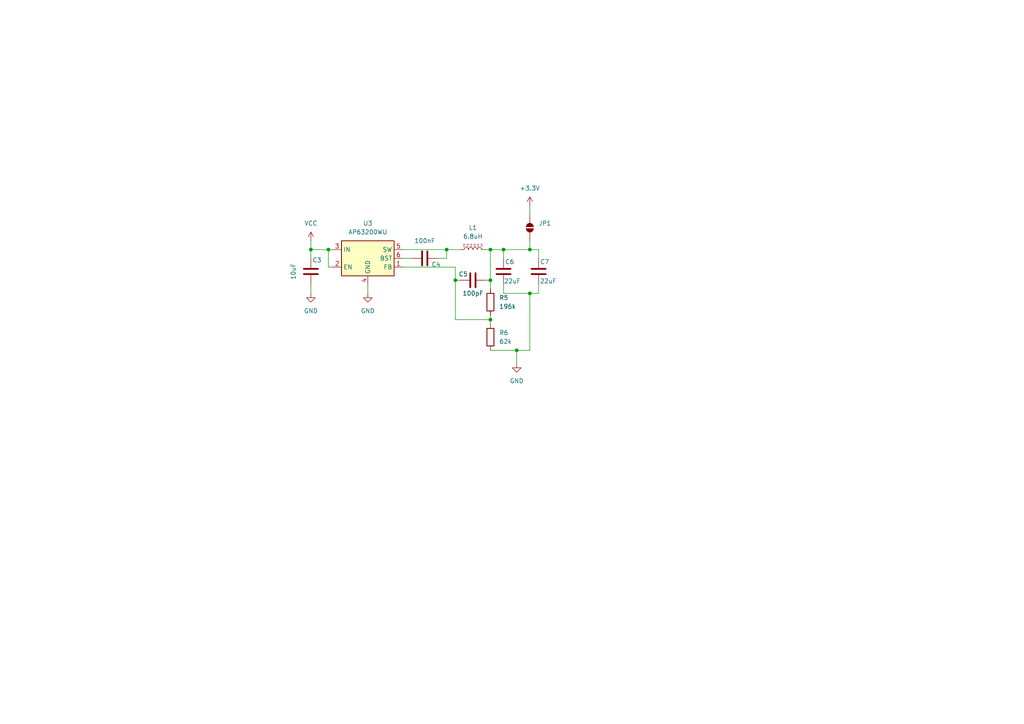
<source format=kicad_sch>
(kicad_sch
	(version 20250114)
	(generator "eeschema")
	(generator_version "9.0")
	(uuid "bd900e33-add0-4db8-aee9-373e38dc3860")
	(paper "A4")
	(lib_symbols
		(symbol "Device:C"
			(pin_numbers
				(hide yes)
			)
			(pin_names
				(offset 0.254)
			)
			(exclude_from_sim no)
			(in_bom yes)
			(on_board yes)
			(property "Reference" "C"
				(at 0.635 2.54 0)
				(effects
					(font
						(size 1.27 1.27)
					)
					(justify left)
				)
			)
			(property "Value" "C"
				(at 0.635 -2.54 0)
				(effects
					(font
						(size 1.27 1.27)
					)
					(justify left)
				)
			)
			(property "Footprint" ""
				(at 0.9652 -3.81 0)
				(effects
					(font
						(size 1.27 1.27)
					)
					(hide yes)
				)
			)
			(property "Datasheet" "~"
				(at 0 0 0)
				(effects
					(font
						(size 1.27 1.27)
					)
					(hide yes)
				)
			)
			(property "Description" "Unpolarized capacitor"
				(at 0 0 0)
				(effects
					(font
						(size 1.27 1.27)
					)
					(hide yes)
				)
			)
			(property "ki_keywords" "cap capacitor"
				(at 0 0 0)
				(effects
					(font
						(size 1.27 1.27)
					)
					(hide yes)
				)
			)
			(property "ki_fp_filters" "C_*"
				(at 0 0 0)
				(effects
					(font
						(size 1.27 1.27)
					)
					(hide yes)
				)
			)
			(symbol "C_0_1"
				(polyline
					(pts
						(xy -2.032 0.762) (xy 2.032 0.762)
					)
					(stroke
						(width 0.508)
						(type default)
					)
					(fill
						(type none)
					)
				)
				(polyline
					(pts
						(xy -2.032 -0.762) (xy 2.032 -0.762)
					)
					(stroke
						(width 0.508)
						(type default)
					)
					(fill
						(type none)
					)
				)
			)
			(symbol "C_1_1"
				(pin passive line
					(at 0 3.81 270)
					(length 2.794)
					(name "~"
						(effects
							(font
								(size 1.27 1.27)
							)
						)
					)
					(number "1"
						(effects
							(font
								(size 1.27 1.27)
							)
						)
					)
				)
				(pin passive line
					(at 0 -3.81 90)
					(length 2.794)
					(name "~"
						(effects
							(font
								(size 1.27 1.27)
							)
						)
					)
					(number "2"
						(effects
							(font
								(size 1.27 1.27)
							)
						)
					)
				)
			)
			(embedded_fonts no)
		)
		(symbol "Device:L_Ferrite"
			(pin_numbers
				(hide yes)
			)
			(pin_names
				(offset 1.016)
				(hide yes)
			)
			(exclude_from_sim no)
			(in_bom yes)
			(on_board yes)
			(property "Reference" "L"
				(at -1.27 0 90)
				(effects
					(font
						(size 1.27 1.27)
					)
				)
			)
			(property "Value" "L_Ferrite"
				(at 2.794 0 90)
				(effects
					(font
						(size 1.27 1.27)
					)
				)
			)
			(property "Footprint" ""
				(at 0 0 0)
				(effects
					(font
						(size 1.27 1.27)
					)
					(hide yes)
				)
			)
			(property "Datasheet" "~"
				(at 0 0 0)
				(effects
					(font
						(size 1.27 1.27)
					)
					(hide yes)
				)
			)
			(property "Description" "Inductor with ferrite core"
				(at 0 0 0)
				(effects
					(font
						(size 1.27 1.27)
					)
					(hide yes)
				)
			)
			(property "ki_keywords" "inductor choke coil reactor magnetic"
				(at 0 0 0)
				(effects
					(font
						(size 1.27 1.27)
					)
					(hide yes)
				)
			)
			(property "ki_fp_filters" "Choke_* *Coil* Inductor_* L_*"
				(at 0 0 0)
				(effects
					(font
						(size 1.27 1.27)
					)
					(hide yes)
				)
			)
			(symbol "L_Ferrite_0_1"
				(arc
					(start 0 2.54)
					(mid 0.6323 1.905)
					(end 0 1.27)
					(stroke
						(width 0)
						(type default)
					)
					(fill
						(type none)
					)
				)
				(arc
					(start 0 1.27)
					(mid 0.6323 0.635)
					(end 0 0)
					(stroke
						(width 0)
						(type default)
					)
					(fill
						(type none)
					)
				)
				(arc
					(start 0 0)
					(mid 0.6323 -0.635)
					(end 0 -1.27)
					(stroke
						(width 0)
						(type default)
					)
					(fill
						(type none)
					)
				)
				(arc
					(start 0 -1.27)
					(mid 0.6323 -1.905)
					(end 0 -2.54)
					(stroke
						(width 0)
						(type default)
					)
					(fill
						(type none)
					)
				)
				(polyline
					(pts
						(xy 1.016 2.286) (xy 1.016 2.794)
					)
					(stroke
						(width 0)
						(type default)
					)
					(fill
						(type none)
					)
				)
				(polyline
					(pts
						(xy 1.016 1.27) (xy 1.016 1.778)
					)
					(stroke
						(width 0)
						(type default)
					)
					(fill
						(type none)
					)
				)
				(polyline
					(pts
						(xy 1.016 0.254) (xy 1.016 0.762)
					)
					(stroke
						(width 0)
						(type default)
					)
					(fill
						(type none)
					)
				)
				(polyline
					(pts
						(xy 1.016 -0.762) (xy 1.016 -0.254)
					)
					(stroke
						(width 0)
						(type default)
					)
					(fill
						(type none)
					)
				)
				(polyline
					(pts
						(xy 1.016 -1.778) (xy 1.016 -1.27)
					)
					(stroke
						(width 0)
						(type default)
					)
					(fill
						(type none)
					)
				)
				(polyline
					(pts
						(xy 1.016 -2.794) (xy 1.016 -2.286)
					)
					(stroke
						(width 0)
						(type default)
					)
					(fill
						(type none)
					)
				)
				(polyline
					(pts
						(xy 1.524 2.794) (xy 1.524 2.286)
					)
					(stroke
						(width 0)
						(type default)
					)
					(fill
						(type none)
					)
				)
				(polyline
					(pts
						(xy 1.524 1.778) (xy 1.524 1.27)
					)
					(stroke
						(width 0)
						(type default)
					)
					(fill
						(type none)
					)
				)
				(polyline
					(pts
						(xy 1.524 0.762) (xy 1.524 0.254)
					)
					(stroke
						(width 0)
						(type default)
					)
					(fill
						(type none)
					)
				)
				(polyline
					(pts
						(xy 1.524 -0.254) (xy 1.524 -0.762)
					)
					(stroke
						(width 0)
						(type default)
					)
					(fill
						(type none)
					)
				)
				(polyline
					(pts
						(xy 1.524 -1.27) (xy 1.524 -1.778)
					)
					(stroke
						(width 0)
						(type default)
					)
					(fill
						(type none)
					)
				)
				(polyline
					(pts
						(xy 1.524 -2.286) (xy 1.524 -2.794)
					)
					(stroke
						(width 0)
						(type default)
					)
					(fill
						(type none)
					)
				)
			)
			(symbol "L_Ferrite_1_1"
				(pin passive line
					(at 0 3.81 270)
					(length 1.27)
					(name "1"
						(effects
							(font
								(size 1.27 1.27)
							)
						)
					)
					(number "1"
						(effects
							(font
								(size 1.27 1.27)
							)
						)
					)
				)
				(pin passive line
					(at 0 -3.81 90)
					(length 1.27)
					(name "2"
						(effects
							(font
								(size 1.27 1.27)
							)
						)
					)
					(number "2"
						(effects
							(font
								(size 1.27 1.27)
							)
						)
					)
				)
			)
			(embedded_fonts no)
		)
		(symbol "Device:R"
			(pin_numbers
				(hide yes)
			)
			(pin_names
				(offset 0)
			)
			(exclude_from_sim no)
			(in_bom yes)
			(on_board yes)
			(property "Reference" "R"
				(at 2.032 0 90)
				(effects
					(font
						(size 1.27 1.27)
					)
				)
			)
			(property "Value" "R"
				(at 0 0 90)
				(effects
					(font
						(size 1.27 1.27)
					)
				)
			)
			(property "Footprint" ""
				(at -1.778 0 90)
				(effects
					(font
						(size 1.27 1.27)
					)
					(hide yes)
				)
			)
			(property "Datasheet" "~"
				(at 0 0 0)
				(effects
					(font
						(size 1.27 1.27)
					)
					(hide yes)
				)
			)
			(property "Description" "Resistor"
				(at 0 0 0)
				(effects
					(font
						(size 1.27 1.27)
					)
					(hide yes)
				)
			)
			(property "ki_keywords" "R res resistor"
				(at 0 0 0)
				(effects
					(font
						(size 1.27 1.27)
					)
					(hide yes)
				)
			)
			(property "ki_fp_filters" "R_*"
				(at 0 0 0)
				(effects
					(font
						(size 1.27 1.27)
					)
					(hide yes)
				)
			)
			(symbol "R_0_1"
				(rectangle
					(start -1.016 -2.54)
					(end 1.016 2.54)
					(stroke
						(width 0.254)
						(type default)
					)
					(fill
						(type none)
					)
				)
			)
			(symbol "R_1_1"
				(pin passive line
					(at 0 3.81 270)
					(length 1.27)
					(name "~"
						(effects
							(font
								(size 1.27 1.27)
							)
						)
					)
					(number "1"
						(effects
							(font
								(size 1.27 1.27)
							)
						)
					)
				)
				(pin passive line
					(at 0 -3.81 90)
					(length 1.27)
					(name "~"
						(effects
							(font
								(size 1.27 1.27)
							)
						)
					)
					(number "2"
						(effects
							(font
								(size 1.27 1.27)
							)
						)
					)
				)
			)
			(embedded_fonts no)
		)
		(symbol "Jumper:SolderJumper_2_Open"
			(pin_numbers
				(hide yes)
			)
			(pin_names
				(offset 0)
				(hide yes)
			)
			(exclude_from_sim no)
			(in_bom no)
			(on_board yes)
			(property "Reference" "JP"
				(at 0 2.032 0)
				(effects
					(font
						(size 1.27 1.27)
					)
				)
			)
			(property "Value" "SolderJumper_2_Open"
				(at 0 -2.54 0)
				(effects
					(font
						(size 1.27 1.27)
					)
				)
			)
			(property "Footprint" ""
				(at 0 0 0)
				(effects
					(font
						(size 1.27 1.27)
					)
					(hide yes)
				)
			)
			(property "Datasheet" "~"
				(at 0 0 0)
				(effects
					(font
						(size 1.27 1.27)
					)
					(hide yes)
				)
			)
			(property "Description" "Solder Jumper, 2-pole, open"
				(at 0 0 0)
				(effects
					(font
						(size 1.27 1.27)
					)
					(hide yes)
				)
			)
			(property "ki_keywords" "solder jumper SPST"
				(at 0 0 0)
				(effects
					(font
						(size 1.27 1.27)
					)
					(hide yes)
				)
			)
			(property "ki_fp_filters" "SolderJumper*Open*"
				(at 0 0 0)
				(effects
					(font
						(size 1.27 1.27)
					)
					(hide yes)
				)
			)
			(symbol "SolderJumper_2_Open_0_1"
				(polyline
					(pts
						(xy -0.254 1.016) (xy -0.254 -1.016)
					)
					(stroke
						(width 0)
						(type default)
					)
					(fill
						(type none)
					)
				)
				(arc
					(start -0.254 -1.016)
					(mid -1.2656 0)
					(end -0.254 1.016)
					(stroke
						(width 0)
						(type default)
					)
					(fill
						(type none)
					)
				)
				(arc
					(start -0.254 -1.016)
					(mid -1.2656 0)
					(end -0.254 1.016)
					(stroke
						(width 0)
						(type default)
					)
					(fill
						(type outline)
					)
				)
				(arc
					(start 0.254 1.016)
					(mid 1.2656 0)
					(end 0.254 -1.016)
					(stroke
						(width 0)
						(type default)
					)
					(fill
						(type none)
					)
				)
				(arc
					(start 0.254 1.016)
					(mid 1.2656 0)
					(end 0.254 -1.016)
					(stroke
						(width 0)
						(type default)
					)
					(fill
						(type outline)
					)
				)
				(polyline
					(pts
						(xy 0.254 1.016) (xy 0.254 -1.016)
					)
					(stroke
						(width 0)
						(type default)
					)
					(fill
						(type none)
					)
				)
			)
			(symbol "SolderJumper_2_Open_1_1"
				(pin passive line
					(at -3.81 0 0)
					(length 2.54)
					(name "A"
						(effects
							(font
								(size 1.27 1.27)
							)
						)
					)
					(number "1"
						(effects
							(font
								(size 1.27 1.27)
							)
						)
					)
				)
				(pin passive line
					(at 3.81 0 180)
					(length 2.54)
					(name "B"
						(effects
							(font
								(size 1.27 1.27)
							)
						)
					)
					(number "2"
						(effects
							(font
								(size 1.27 1.27)
							)
						)
					)
				)
			)
			(embedded_fonts no)
		)
		(symbol "Regulator_Switching:AP63200WU"
			(exclude_from_sim no)
			(in_bom yes)
			(on_board yes)
			(property "Reference" "U"
				(at -7.62 6.35 0)
				(effects
					(font
						(size 1.27 1.27)
					)
				)
			)
			(property "Value" "AP63200WU"
				(at 2.54 6.35 0)
				(effects
					(font
						(size 1.27 1.27)
					)
				)
			)
			(property "Footprint" "Package_TO_SOT_SMD:TSOT-23-6"
				(at 0 -22.86 0)
				(effects
					(font
						(size 1.27 1.27)
					)
					(hide yes)
				)
			)
			(property "Datasheet" "https://www.diodes.com/assets/Datasheets/AP63200-AP63201-AP63203-AP63205.pdf"
				(at 0 0 0)
				(effects
					(font
						(size 1.27 1.27)
					)
					(hide yes)
				)
			)
			(property "Description" "2A, 500kHz Buck DC/DC Converter, adjustable output voltage, TSOT-23-6"
				(at 0 0 0)
				(effects
					(font
						(size 1.27 1.27)
					)
					(hide yes)
				)
			)
			(property "ki_keywords" "2A Buck DC/DC"
				(at 0 0 0)
				(effects
					(font
						(size 1.27 1.27)
					)
					(hide yes)
				)
			)
			(property "ki_fp_filters" "TSOT?23*"
				(at 0 0 0)
				(effects
					(font
						(size 1.27 1.27)
					)
					(hide yes)
				)
			)
			(symbol "AP63200WU_0_1"
				(rectangle
					(start -7.62 5.08)
					(end 7.62 -5.08)
					(stroke
						(width 0.254)
						(type default)
					)
					(fill
						(type background)
					)
				)
			)
			(symbol "AP63200WU_1_1"
				(pin power_in line
					(at -10.16 2.54 0)
					(length 2.54)
					(name "IN"
						(effects
							(font
								(size 1.27 1.27)
							)
						)
					)
					(number "3"
						(effects
							(font
								(size 1.27 1.27)
							)
						)
					)
				)
				(pin input line
					(at -10.16 -2.54 0)
					(length 2.54)
					(name "EN"
						(effects
							(font
								(size 1.27 1.27)
							)
						)
					)
					(number "2"
						(effects
							(font
								(size 1.27 1.27)
							)
						)
					)
				)
				(pin power_in line
					(at 0 -7.62 90)
					(length 2.54)
					(name "GND"
						(effects
							(font
								(size 1.27 1.27)
							)
						)
					)
					(number "4"
						(effects
							(font
								(size 1.27 1.27)
							)
						)
					)
				)
				(pin output line
					(at 10.16 2.54 180)
					(length 2.54)
					(name "SW"
						(effects
							(font
								(size 1.27 1.27)
							)
						)
					)
					(number "5"
						(effects
							(font
								(size 1.27 1.27)
							)
						)
					)
				)
				(pin passive line
					(at 10.16 0 180)
					(length 2.54)
					(name "BST"
						(effects
							(font
								(size 1.27 1.27)
							)
						)
					)
					(number "6"
						(effects
							(font
								(size 1.27 1.27)
							)
						)
					)
				)
				(pin input line
					(at 10.16 -2.54 180)
					(length 2.54)
					(name "FB"
						(effects
							(font
								(size 1.27 1.27)
							)
						)
					)
					(number "1"
						(effects
							(font
								(size 1.27 1.27)
							)
						)
					)
				)
			)
			(embedded_fonts no)
		)
		(symbol "power:+3.3V"
			(power)
			(pin_numbers
				(hide yes)
			)
			(pin_names
				(offset 0)
				(hide yes)
			)
			(exclude_from_sim no)
			(in_bom yes)
			(on_board yes)
			(property "Reference" "#PWR"
				(at 0 -3.81 0)
				(effects
					(font
						(size 1.27 1.27)
					)
					(hide yes)
				)
			)
			(property "Value" "+3.3V"
				(at 0 3.556 0)
				(effects
					(font
						(size 1.27 1.27)
					)
				)
			)
			(property "Footprint" ""
				(at 0 0 0)
				(effects
					(font
						(size 1.27 1.27)
					)
					(hide yes)
				)
			)
			(property "Datasheet" ""
				(at 0 0 0)
				(effects
					(font
						(size 1.27 1.27)
					)
					(hide yes)
				)
			)
			(property "Description" "Power symbol creates a global label with name \"+3.3V\""
				(at 0 0 0)
				(effects
					(font
						(size 1.27 1.27)
					)
					(hide yes)
				)
			)
			(property "ki_keywords" "global power"
				(at 0 0 0)
				(effects
					(font
						(size 1.27 1.27)
					)
					(hide yes)
				)
			)
			(symbol "+3.3V_0_1"
				(polyline
					(pts
						(xy -0.762 1.27) (xy 0 2.54)
					)
					(stroke
						(width 0)
						(type default)
					)
					(fill
						(type none)
					)
				)
				(polyline
					(pts
						(xy 0 2.54) (xy 0.762 1.27)
					)
					(stroke
						(width 0)
						(type default)
					)
					(fill
						(type none)
					)
				)
				(polyline
					(pts
						(xy 0 0) (xy 0 2.54)
					)
					(stroke
						(width 0)
						(type default)
					)
					(fill
						(type none)
					)
				)
			)
			(symbol "+3.3V_1_1"
				(pin power_in line
					(at 0 0 90)
					(length 0)
					(name "~"
						(effects
							(font
								(size 1.27 1.27)
							)
						)
					)
					(number "1"
						(effects
							(font
								(size 1.27 1.27)
							)
						)
					)
				)
			)
			(embedded_fonts no)
		)
		(symbol "power:GND"
			(power)
			(pin_numbers
				(hide yes)
			)
			(pin_names
				(offset 0)
				(hide yes)
			)
			(exclude_from_sim no)
			(in_bom yes)
			(on_board yes)
			(property "Reference" "#PWR"
				(at 0 -6.35 0)
				(effects
					(font
						(size 1.27 1.27)
					)
					(hide yes)
				)
			)
			(property "Value" "GND"
				(at 0 -3.81 0)
				(effects
					(font
						(size 1.27 1.27)
					)
				)
			)
			(property "Footprint" ""
				(at 0 0 0)
				(effects
					(font
						(size 1.27 1.27)
					)
					(hide yes)
				)
			)
			(property "Datasheet" ""
				(at 0 0 0)
				(effects
					(font
						(size 1.27 1.27)
					)
					(hide yes)
				)
			)
			(property "Description" "Power symbol creates a global label with name \"GND\" , ground"
				(at 0 0 0)
				(effects
					(font
						(size 1.27 1.27)
					)
					(hide yes)
				)
			)
			(property "ki_keywords" "global power"
				(at 0 0 0)
				(effects
					(font
						(size 1.27 1.27)
					)
					(hide yes)
				)
			)
			(symbol "GND_0_1"
				(polyline
					(pts
						(xy 0 0) (xy 0 -1.27) (xy 1.27 -1.27) (xy 0 -2.54) (xy -1.27 -1.27) (xy 0 -1.27)
					)
					(stroke
						(width 0)
						(type default)
					)
					(fill
						(type none)
					)
				)
			)
			(symbol "GND_1_1"
				(pin power_in line
					(at 0 0 270)
					(length 0)
					(name "~"
						(effects
							(font
								(size 1.27 1.27)
							)
						)
					)
					(number "1"
						(effects
							(font
								(size 1.27 1.27)
							)
						)
					)
				)
			)
			(embedded_fonts no)
		)
		(symbol "power:VCC"
			(power)
			(pin_numbers
				(hide yes)
			)
			(pin_names
				(offset 0)
				(hide yes)
			)
			(exclude_from_sim no)
			(in_bom yes)
			(on_board yes)
			(property "Reference" "#PWR"
				(at 0 -3.81 0)
				(effects
					(font
						(size 1.27 1.27)
					)
					(hide yes)
				)
			)
			(property "Value" "VCC"
				(at 0 3.556 0)
				(effects
					(font
						(size 1.27 1.27)
					)
				)
			)
			(property "Footprint" ""
				(at 0 0 0)
				(effects
					(font
						(size 1.27 1.27)
					)
					(hide yes)
				)
			)
			(property "Datasheet" ""
				(at 0 0 0)
				(effects
					(font
						(size 1.27 1.27)
					)
					(hide yes)
				)
			)
			(property "Description" "Power symbol creates a global label with name \"VCC\""
				(at 0 0 0)
				(effects
					(font
						(size 1.27 1.27)
					)
					(hide yes)
				)
			)
			(property "ki_keywords" "global power"
				(at 0 0 0)
				(effects
					(font
						(size 1.27 1.27)
					)
					(hide yes)
				)
			)
			(symbol "VCC_0_1"
				(polyline
					(pts
						(xy -0.762 1.27) (xy 0 2.54)
					)
					(stroke
						(width 0)
						(type default)
					)
					(fill
						(type none)
					)
				)
				(polyline
					(pts
						(xy 0 2.54) (xy 0.762 1.27)
					)
					(stroke
						(width 0)
						(type default)
					)
					(fill
						(type none)
					)
				)
				(polyline
					(pts
						(xy 0 0) (xy 0 2.54)
					)
					(stroke
						(width 0)
						(type default)
					)
					(fill
						(type none)
					)
				)
			)
			(symbol "VCC_1_1"
				(pin power_in line
					(at 0 0 90)
					(length 0)
					(name "~"
						(effects
							(font
								(size 1.27 1.27)
							)
						)
					)
					(number "1"
						(effects
							(font
								(size 1.27 1.27)
							)
						)
					)
				)
			)
			(embedded_fonts no)
		)
	)
	(junction
		(at 90.17 72.39)
		(diameter 0)
		(color 0 0 0 0)
		(uuid "0cf502a3-9295-4828-9c24-fd0c1d92d6e4")
	)
	(junction
		(at 153.67 72.39)
		(diameter 0)
		(color 0 0 0 0)
		(uuid "412b37df-1a7e-4041-acb0-10a08292db57")
	)
	(junction
		(at 149.86 101.6)
		(diameter 0)
		(color 0 0 0 0)
		(uuid "4fda53db-990d-4431-b031-d8d097c3b3d8")
	)
	(junction
		(at 142.24 92.71)
		(diameter 0)
		(color 0 0 0 0)
		(uuid "517166d2-f8b2-441d-9989-2635b6068498")
	)
	(junction
		(at 153.67 85.09)
		(diameter 0)
		(color 0 0 0 0)
		(uuid "523dc32b-a18d-4c7a-ba57-32ebd48d77bb")
	)
	(junction
		(at 142.24 81.28)
		(diameter 0)
		(color 0 0 0 0)
		(uuid "653fbb3b-3730-4194-8c15-9299da7bc3ac")
	)
	(junction
		(at 142.24 72.39)
		(diameter 0)
		(color 0 0 0 0)
		(uuid "9a01f257-ab4d-4be7-a124-d9718d989f3c")
	)
	(junction
		(at 132.08 81.28)
		(diameter 0)
		(color 0 0 0 0)
		(uuid "c75b6d5c-566b-4ba3-b600-2d28b890ccf3")
	)
	(junction
		(at 129.54 72.39)
		(diameter 0)
		(color 0 0 0 0)
		(uuid "d5b38324-0876-49d2-aea7-9c6e49bc4974")
	)
	(junction
		(at 146.05 72.39)
		(diameter 0)
		(color 0 0 0 0)
		(uuid "e26bfb59-d4f1-4b5d-a5fc-25298612f9c7")
	)
	(junction
		(at 95.25 72.39)
		(diameter 0)
		(color 0 0 0 0)
		(uuid "e5e0f82c-d347-4711-9c3d-cf3a047298d7")
	)
	(wire
		(pts
			(xy 153.67 69.85) (xy 153.67 72.39)
		)
		(stroke
			(width 0)
			(type default)
		)
		(uuid "0abf72fb-0a86-4776-8490-be11caf1a5f9")
	)
	(wire
		(pts
			(xy 153.67 72.39) (xy 156.21 72.39)
		)
		(stroke
			(width 0)
			(type default)
		)
		(uuid "0c4c6184-59dc-4fc3-a804-c876c68548bd")
	)
	(wire
		(pts
			(xy 142.24 81.28) (xy 142.24 83.82)
		)
		(stroke
			(width 0)
			(type default)
		)
		(uuid "0da0f180-8d3b-49fb-8caa-49abf6475162")
	)
	(wire
		(pts
			(xy 132.08 81.28) (xy 133.35 81.28)
		)
		(stroke
			(width 0)
			(type default)
		)
		(uuid "10171810-c29c-4e11-b38a-86d05635e336")
	)
	(wire
		(pts
			(xy 153.67 59.69) (xy 153.67 62.23)
		)
		(stroke
			(width 0)
			(type default)
		)
		(uuid "1203f462-1586-441e-adf8-193e904f4d15")
	)
	(wire
		(pts
			(xy 95.25 72.39) (xy 96.52 72.39)
		)
		(stroke
			(width 0)
			(type default)
		)
		(uuid "122f14a6-820c-4d74-8429-845ef8d374e3")
	)
	(wire
		(pts
			(xy 149.86 101.6) (xy 149.86 105.41)
		)
		(stroke
			(width 0)
			(type default)
		)
		(uuid "15b111f8-1025-476d-9d6d-a0d8fd0be597")
	)
	(wire
		(pts
			(xy 116.84 74.93) (xy 119.38 74.93)
		)
		(stroke
			(width 0)
			(type default)
		)
		(uuid "167ac515-b223-4ffa-9bdd-708d88dc9be7")
	)
	(wire
		(pts
			(xy 140.97 81.28) (xy 142.24 81.28)
		)
		(stroke
			(width 0)
			(type default)
		)
		(uuid "1792a17b-c242-43e5-9ca1-9533cea87730")
	)
	(wire
		(pts
			(xy 156.21 82.55) (xy 156.21 85.09)
		)
		(stroke
			(width 0)
			(type default)
		)
		(uuid "1a9eec2a-74c7-4795-92c6-952223c18e80")
	)
	(wire
		(pts
			(xy 146.05 72.39) (xy 146.05 74.93)
		)
		(stroke
			(width 0)
			(type default)
		)
		(uuid "2281f367-8a97-4f10-968c-e4df502ce35b")
	)
	(wire
		(pts
			(xy 129.54 72.39) (xy 133.35 72.39)
		)
		(stroke
			(width 0)
			(type default)
		)
		(uuid "250517f4-d67e-4bb2-a5e5-bfb408b57632")
	)
	(wire
		(pts
			(xy 90.17 82.55) (xy 90.17 85.09)
		)
		(stroke
			(width 0)
			(type default)
		)
		(uuid "29a4c971-a005-4f93-b7d0-fe8e4bfd9bb4")
	)
	(wire
		(pts
			(xy 156.21 72.39) (xy 156.21 74.93)
		)
		(stroke
			(width 0)
			(type default)
		)
		(uuid "2cdfbdec-e2aa-4fc3-ab24-434178d84e8d")
	)
	(wire
		(pts
			(xy 142.24 101.6) (xy 149.86 101.6)
		)
		(stroke
			(width 0)
			(type default)
		)
		(uuid "33396e6a-1144-448a-b78c-8bb574bfb80e")
	)
	(wire
		(pts
			(xy 90.17 69.85) (xy 90.17 72.39)
		)
		(stroke
			(width 0)
			(type default)
		)
		(uuid "3e888bd2-e3d2-47a7-bdf8-e5e0f9cc5c58")
	)
	(wire
		(pts
			(xy 90.17 72.39) (xy 95.25 72.39)
		)
		(stroke
			(width 0)
			(type default)
		)
		(uuid "3f0819b4-fc46-42bf-9814-8fc120f4164d")
	)
	(wire
		(pts
			(xy 129.54 74.93) (xy 129.54 72.39)
		)
		(stroke
			(width 0)
			(type default)
		)
		(uuid "434af773-aac0-4b5b-a72e-b70673dd6e4f")
	)
	(wire
		(pts
			(xy 142.24 72.39) (xy 142.24 81.28)
		)
		(stroke
			(width 0)
			(type default)
		)
		(uuid "45aed351-ce69-425f-8cc3-37adc09ef333")
	)
	(wire
		(pts
			(xy 96.52 77.47) (xy 95.25 77.47)
		)
		(stroke
			(width 0)
			(type default)
		)
		(uuid "59996ce7-2bb5-435c-a58c-5afaf38abf72")
	)
	(wire
		(pts
			(xy 153.67 85.09) (xy 153.67 101.6)
		)
		(stroke
			(width 0)
			(type default)
		)
		(uuid "5fb786bf-fbad-473f-be8c-da188bbf1bd3")
	)
	(wire
		(pts
			(xy 132.08 77.47) (xy 132.08 81.28)
		)
		(stroke
			(width 0)
			(type default)
		)
		(uuid "61e388f1-1965-44a4-843d-24c252889d3a")
	)
	(wire
		(pts
			(xy 127 74.93) (xy 129.54 74.93)
		)
		(stroke
			(width 0)
			(type default)
		)
		(uuid "7a82ae39-d279-489f-8e59-c2c21d48d55c")
	)
	(wire
		(pts
			(xy 153.67 85.09) (xy 146.05 85.09)
		)
		(stroke
			(width 0)
			(type default)
		)
		(uuid "7f871ae5-07c6-4bfd-94f3-6a56df21fbeb")
	)
	(wire
		(pts
			(xy 132.08 92.71) (xy 142.24 92.71)
		)
		(stroke
			(width 0)
			(type default)
		)
		(uuid "83514088-2975-4db7-b2cb-ecebe3e75bca")
	)
	(wire
		(pts
			(xy 116.84 77.47) (xy 132.08 77.47)
		)
		(stroke
			(width 0)
			(type default)
		)
		(uuid "8832ea6e-c0fc-404d-9636-25b02944841b")
	)
	(wire
		(pts
			(xy 90.17 72.39) (xy 90.17 74.93)
		)
		(stroke
			(width 0)
			(type default)
		)
		(uuid "949d822e-e6c6-4c6f-a086-f029112d2aeb")
	)
	(wire
		(pts
			(xy 156.21 85.09) (xy 153.67 85.09)
		)
		(stroke
			(width 0)
			(type default)
		)
		(uuid "965d79a3-acde-4436-9c8c-7177c8c0f11f")
	)
	(wire
		(pts
			(xy 142.24 91.44) (xy 142.24 92.71)
		)
		(stroke
			(width 0)
			(type default)
		)
		(uuid "a780bc90-0516-4453-b93e-c9205748efa0")
	)
	(wire
		(pts
			(xy 140.97 72.39) (xy 142.24 72.39)
		)
		(stroke
			(width 0)
			(type default)
		)
		(uuid "a990f0d2-d8f7-4dd8-a4e3-3f2b19e09839")
	)
	(wire
		(pts
			(xy 142.24 92.71) (xy 142.24 93.98)
		)
		(stroke
			(width 0)
			(type default)
		)
		(uuid "b0fca11f-b833-4274-8fc2-ba244d017112")
	)
	(wire
		(pts
			(xy 153.67 101.6) (xy 149.86 101.6)
		)
		(stroke
			(width 0)
			(type default)
		)
		(uuid "cd8df418-6ea0-47e1-9510-4ee856d29346")
	)
	(wire
		(pts
			(xy 106.68 82.55) (xy 106.68 85.09)
		)
		(stroke
			(width 0)
			(type default)
		)
		(uuid "d041aef9-7351-431e-8c5b-c6605bd62dc4")
	)
	(wire
		(pts
			(xy 142.24 72.39) (xy 146.05 72.39)
		)
		(stroke
			(width 0)
			(type default)
		)
		(uuid "d351c677-cd2a-464e-8de1-6ae972cb3932")
	)
	(wire
		(pts
			(xy 132.08 81.28) (xy 132.08 92.71)
		)
		(stroke
			(width 0)
			(type default)
		)
		(uuid "df931153-f794-4c2a-afbb-5aeab8eca5fe")
	)
	(wire
		(pts
			(xy 95.25 77.47) (xy 95.25 72.39)
		)
		(stroke
			(width 0)
			(type default)
		)
		(uuid "e83340ed-7f1b-4093-a75e-0250864c20de")
	)
	(wire
		(pts
			(xy 146.05 72.39) (xy 153.67 72.39)
		)
		(stroke
			(width 0)
			(type default)
		)
		(uuid "ea9bfe74-feab-4d2b-ae90-50319120c751")
	)
	(wire
		(pts
			(xy 116.84 72.39) (xy 129.54 72.39)
		)
		(stroke
			(width 0)
			(type default)
		)
		(uuid "f6f7e3d9-1576-40d0-9204-4b8d77acb272")
	)
	(wire
		(pts
			(xy 146.05 85.09) (xy 146.05 82.55)
		)
		(stroke
			(width 0)
			(type default)
		)
		(uuid "fd8cbfdc-40d8-4553-931d-4c8dfaa6a427")
	)
	(symbol
		(lib_id "power:GND")
		(at 106.68 85.09 0)
		(unit 1)
		(exclude_from_sim no)
		(in_bom yes)
		(on_board yes)
		(dnp no)
		(fields_autoplaced yes)
		(uuid "0e21f61b-6a4e-47b2-a186-56f17e4660ce")
		(property "Reference" "#PWR020"
			(at 106.68 91.44 0)
			(effects
				(font
					(size 1.27 1.27)
				)
				(hide yes)
			)
		)
		(property "Value" "GND"
			(at 106.68 90.17 0)
			(effects
				(font
					(size 1.27 1.27)
				)
			)
		)
		(property "Footprint" ""
			(at 106.68 85.09 0)
			(effects
				(font
					(size 1.27 1.27)
				)
				(hide yes)
			)
		)
		(property "Datasheet" ""
			(at 106.68 85.09 0)
			(effects
				(font
					(size 1.27 1.27)
				)
				(hide yes)
			)
		)
		(property "Description" "Power symbol creates a global label with name \"GND\" , ground"
			(at 106.68 85.09 0)
			(effects
				(font
					(size 1.27 1.27)
				)
				(hide yes)
			)
		)
		(pin "1"
			(uuid "686d4217-2fb1-407c-a1d5-18614b2b32e6")
		)
		(instances
			(project "NIVARA"
				(path "/e09284a3-0da6-4b1c-80d3-a52d405369d9/b46cdcb1-15cb-4562-89d5-6c513685d0bc/87e67ee2-caff-493f-90ba-4eb1bcf8fb67"
					(reference "#PWR020")
					(unit 1)
				)
			)
		)
	)
	(symbol
		(lib_id "power:GND")
		(at 149.86 105.41 0)
		(unit 1)
		(exclude_from_sim no)
		(in_bom yes)
		(on_board yes)
		(dnp no)
		(fields_autoplaced yes)
		(uuid "0e6f663a-8e71-44a2-86aa-0c632cd76af2")
		(property "Reference" "#PWR021"
			(at 149.86 111.76 0)
			(effects
				(font
					(size 1.27 1.27)
				)
				(hide yes)
			)
		)
		(property "Value" "GND"
			(at 149.86 110.49 0)
			(effects
				(font
					(size 1.27 1.27)
				)
			)
		)
		(property "Footprint" ""
			(at 149.86 105.41 0)
			(effects
				(font
					(size 1.27 1.27)
				)
				(hide yes)
			)
		)
		(property "Datasheet" ""
			(at 149.86 105.41 0)
			(effects
				(font
					(size 1.27 1.27)
				)
				(hide yes)
			)
		)
		(property "Description" "Power symbol creates a global label with name \"GND\" , ground"
			(at 149.86 105.41 0)
			(effects
				(font
					(size 1.27 1.27)
				)
				(hide yes)
			)
		)
		(pin "1"
			(uuid "836d18ef-30c0-4678-bb1d-409bd0027c31")
		)
		(instances
			(project "NIVARA"
				(path "/e09284a3-0da6-4b1c-80d3-a52d405369d9/b46cdcb1-15cb-4562-89d5-6c513685d0bc/87e67ee2-caff-493f-90ba-4eb1bcf8fb67"
					(reference "#PWR021")
					(unit 1)
				)
			)
		)
	)
	(symbol
		(lib_id "Device:C")
		(at 137.16 81.28 270)
		(unit 1)
		(exclude_from_sim no)
		(in_bom yes)
		(on_board yes)
		(dnp no)
		(uuid "12d82860-c42c-4288-bc21-4f130d7cb8e0")
		(property "Reference" "C5"
			(at 134.366 79.502 90)
			(effects
				(font
					(size 1.27 1.27)
				)
			)
		)
		(property "Value" "100pF"
			(at 137.16 85.09 90)
			(effects
				(font
					(size 1.27 1.27)
				)
			)
		)
		(property "Footprint" ""
			(at 133.35 82.2452 0)
			(effects
				(font
					(size 1.27 1.27)
				)
				(hide yes)
			)
		)
		(property "Datasheet" "~"
			(at 137.16 81.28 0)
			(effects
				(font
					(size 1.27 1.27)
				)
				(hide yes)
			)
		)
		(property "Description" "Unpolarized capacitor"
			(at 137.16 81.28 0)
			(effects
				(font
					(size 1.27 1.27)
				)
				(hide yes)
			)
		)
		(pin "1"
			(uuid "e9c81e75-97f0-4566-8d09-bfed0145f83f")
		)
		(pin "2"
			(uuid "8f92ba28-c89d-429c-bade-4a0a6ca9fea7")
		)
		(instances
			(project "NIVARA"
				(path "/e09284a3-0da6-4b1c-80d3-a52d405369d9/b46cdcb1-15cb-4562-89d5-6c513685d0bc/87e67ee2-caff-493f-90ba-4eb1bcf8fb67"
					(reference "C5")
					(unit 1)
				)
			)
		)
	)
	(symbol
		(lib_id "Device:C")
		(at 146.05 78.74 180)
		(unit 1)
		(exclude_from_sim no)
		(in_bom yes)
		(on_board yes)
		(dnp no)
		(uuid "23d20080-2246-41a4-bd7f-3a24cd5a10f3")
		(property "Reference" "C6"
			(at 147.828 75.946 0)
			(effects
				(font
					(size 1.27 1.27)
				)
			)
		)
		(property "Value" "22uF"
			(at 148.59 81.534 0)
			(effects
				(font
					(size 1.27 1.27)
				)
			)
		)
		(property "Footprint" ""
			(at 145.0848 74.93 0)
			(effects
				(font
					(size 1.27 1.27)
				)
				(hide yes)
			)
		)
		(property "Datasheet" "~"
			(at 146.05 78.74 0)
			(effects
				(font
					(size 1.27 1.27)
				)
				(hide yes)
			)
		)
		(property "Description" "Unpolarized capacitor"
			(at 146.05 78.74 0)
			(effects
				(font
					(size 1.27 1.27)
				)
				(hide yes)
			)
		)
		(pin "1"
			(uuid "4b8316d1-e44c-4d79-8ced-e6bf8db27997")
		)
		(pin "2"
			(uuid "0b8a7eb6-141d-4ccf-bac0-9d0508144fba")
		)
		(instances
			(project "NIVARA"
				(path "/e09284a3-0da6-4b1c-80d3-a52d405369d9/b46cdcb1-15cb-4562-89d5-6c513685d0bc/87e67ee2-caff-493f-90ba-4eb1bcf8fb67"
					(reference "C6")
					(unit 1)
				)
			)
		)
	)
	(symbol
		(lib_id "Regulator_Switching:AP63200WU")
		(at 106.68 74.93 0)
		(unit 1)
		(exclude_from_sim no)
		(in_bom yes)
		(on_board yes)
		(dnp no)
		(fields_autoplaced yes)
		(uuid "3969479d-123e-4143-aebc-6d5e5421000c")
		(property "Reference" "U3"
			(at 106.68 64.77 0)
			(effects
				(font
					(size 1.27 1.27)
				)
			)
		)
		(property "Value" "AP63200WU"
			(at 106.68 67.31 0)
			(effects
				(font
					(size 1.27 1.27)
				)
			)
		)
		(property "Footprint" "Package_TO_SOT_SMD:TSOT-23-6"
			(at 106.68 97.79 0)
			(effects
				(font
					(size 1.27 1.27)
				)
				(hide yes)
			)
		)
		(property "Datasheet" "https://www.diodes.com/assets/Datasheets/AP63200-AP63201-AP63203-AP63205.pdf"
			(at 106.68 74.93 0)
			(effects
				(font
					(size 1.27 1.27)
				)
				(hide yes)
			)
		)
		(property "Description" "2A, 500kHz Buck DC/DC Converter, adjustable output voltage, TSOT-23-6"
			(at 106.68 74.93 0)
			(effects
				(font
					(size 1.27 1.27)
				)
				(hide yes)
			)
		)
		(pin "1"
			(uuid "afa471e5-cf7b-46dd-ac54-1b21c7d27114")
		)
		(pin "4"
			(uuid "a1340555-12af-4e75-93d9-f2d0ef21e8fa")
		)
		(pin "5"
			(uuid "03899440-26a8-4a5c-8b68-29c3def09a82")
		)
		(pin "2"
			(uuid "ebcd4919-b36d-4b0e-84c8-02352be52bf0")
		)
		(pin "6"
			(uuid "3dcb7333-582b-45e5-94c2-20d1b5bea4d8")
		)
		(pin "3"
			(uuid "706907ea-48b7-4b11-9dd4-8b5aaa78d895")
		)
		(instances
			(project "NIVARA"
				(path "/e09284a3-0da6-4b1c-80d3-a52d405369d9/b46cdcb1-15cb-4562-89d5-6c513685d0bc/87e67ee2-caff-493f-90ba-4eb1bcf8fb67"
					(reference "U3")
					(unit 1)
				)
			)
		)
	)
	(symbol
		(lib_id "power:+3.3V")
		(at 153.67 59.69 0)
		(unit 1)
		(exclude_from_sim no)
		(in_bom yes)
		(on_board yes)
		(dnp no)
		(fields_autoplaced yes)
		(uuid "3cc0b3c3-075a-413c-992b-b165c019a428")
		(property "Reference" "#PWR022"
			(at 153.67 63.5 0)
			(effects
				(font
					(size 1.27 1.27)
				)
				(hide yes)
			)
		)
		(property "Value" "+3.3V"
			(at 153.67 54.61 0)
			(effects
				(font
					(size 1.27 1.27)
				)
			)
		)
		(property "Footprint" ""
			(at 153.67 59.69 0)
			(effects
				(font
					(size 1.27 1.27)
				)
				(hide yes)
			)
		)
		(property "Datasheet" ""
			(at 153.67 59.69 0)
			(effects
				(font
					(size 1.27 1.27)
				)
				(hide yes)
			)
		)
		(property "Description" "Power symbol creates a global label with name \"+3.3V\""
			(at 153.67 59.69 0)
			(effects
				(font
					(size 1.27 1.27)
				)
				(hide yes)
			)
		)
		(pin "1"
			(uuid "6068aeeb-ba6d-4ef1-8d20-e88162b12865")
		)
		(instances
			(project "NIVARA"
				(path "/e09284a3-0da6-4b1c-80d3-a52d405369d9/b46cdcb1-15cb-4562-89d5-6c513685d0bc/87e67ee2-caff-493f-90ba-4eb1bcf8fb67"
					(reference "#PWR022")
					(unit 1)
				)
			)
		)
	)
	(symbol
		(lib_id "Device:R")
		(at 142.24 97.79 0)
		(unit 1)
		(exclude_from_sim no)
		(in_bom yes)
		(on_board yes)
		(dnp no)
		(fields_autoplaced yes)
		(uuid "3efb581d-de94-4c4e-9548-0819a151d7da")
		(property "Reference" "R6"
			(at 144.78 96.5199 0)
			(effects
				(font
					(size 1.27 1.27)
				)
				(justify left)
			)
		)
		(property "Value" "62k"
			(at 144.78 99.0599 0)
			(effects
				(font
					(size 1.27 1.27)
				)
				(justify left)
			)
		)
		(property "Footprint" ""
			(at 140.462 97.79 90)
			(effects
				(font
					(size 1.27 1.27)
				)
				(hide yes)
			)
		)
		(property "Datasheet" "~"
			(at 142.24 97.79 0)
			(effects
				(font
					(size 1.27 1.27)
				)
				(hide yes)
			)
		)
		(property "Description" "Resistor"
			(at 142.24 97.79 0)
			(effects
				(font
					(size 1.27 1.27)
				)
				(hide yes)
			)
		)
		(pin "2"
			(uuid "2bf610ab-98ca-4ab8-bcdb-5ae13d362a40")
		)
		(pin "1"
			(uuid "b6167cb1-2b78-46a1-afcf-06cf460b85a7")
		)
		(instances
			(project "NIVARA"
				(path "/e09284a3-0da6-4b1c-80d3-a52d405369d9/b46cdcb1-15cb-4562-89d5-6c513685d0bc/87e67ee2-caff-493f-90ba-4eb1bcf8fb67"
					(reference "R6")
					(unit 1)
				)
			)
		)
	)
	(symbol
		(lib_id "Device:R")
		(at 142.24 87.63 0)
		(unit 1)
		(exclude_from_sim no)
		(in_bom yes)
		(on_board yes)
		(dnp no)
		(fields_autoplaced yes)
		(uuid "4cfa24c9-1cfc-4c69-942e-f281d1751d42")
		(property "Reference" "R5"
			(at 144.78 86.3599 0)
			(effects
				(font
					(size 1.27 1.27)
				)
				(justify left)
			)
		)
		(property "Value" "196k"
			(at 144.78 88.8999 0)
			(effects
				(font
					(size 1.27 1.27)
				)
				(justify left)
			)
		)
		(property "Footprint" ""
			(at 140.462 87.63 90)
			(effects
				(font
					(size 1.27 1.27)
				)
				(hide yes)
			)
		)
		(property "Datasheet" "~"
			(at 142.24 87.63 0)
			(effects
				(font
					(size 1.27 1.27)
				)
				(hide yes)
			)
		)
		(property "Description" "Resistor"
			(at 142.24 87.63 0)
			(effects
				(font
					(size 1.27 1.27)
				)
				(hide yes)
			)
		)
		(pin "2"
			(uuid "25b52e42-d76a-4e42-995a-bb72a0bf70a2")
		)
		(pin "1"
			(uuid "1ec04b18-66ec-4f48-b381-6d81635d756c")
		)
		(instances
			(project "NIVARA"
				(path "/e09284a3-0da6-4b1c-80d3-a52d405369d9/b46cdcb1-15cb-4562-89d5-6c513685d0bc/87e67ee2-caff-493f-90ba-4eb1bcf8fb67"
					(reference "R5")
					(unit 1)
				)
			)
		)
	)
	(symbol
		(lib_id "power:GND")
		(at 90.17 85.09 0)
		(unit 1)
		(exclude_from_sim no)
		(in_bom yes)
		(on_board yes)
		(dnp no)
		(fields_autoplaced yes)
		(uuid "502b9767-6d19-4662-a3c9-ba91b2c0cc18")
		(property "Reference" "#PWR019"
			(at 90.17 91.44 0)
			(effects
				(font
					(size 1.27 1.27)
				)
				(hide yes)
			)
		)
		(property "Value" "GND"
			(at 90.17 90.17 0)
			(effects
				(font
					(size 1.27 1.27)
				)
			)
		)
		(property "Footprint" ""
			(at 90.17 85.09 0)
			(effects
				(font
					(size 1.27 1.27)
				)
				(hide yes)
			)
		)
		(property "Datasheet" ""
			(at 90.17 85.09 0)
			(effects
				(font
					(size 1.27 1.27)
				)
				(hide yes)
			)
		)
		(property "Description" "Power symbol creates a global label with name \"GND\" , ground"
			(at 90.17 85.09 0)
			(effects
				(font
					(size 1.27 1.27)
				)
				(hide yes)
			)
		)
		(pin "1"
			(uuid "a376815d-bb5e-4e12-bdf1-a4f53f7816c3")
		)
		(instances
			(project "NIVARA"
				(path "/e09284a3-0da6-4b1c-80d3-a52d405369d9/b46cdcb1-15cb-4562-89d5-6c513685d0bc/87e67ee2-caff-493f-90ba-4eb1bcf8fb67"
					(reference "#PWR019")
					(unit 1)
				)
			)
		)
	)
	(symbol
		(lib_id "Device:C")
		(at 123.19 74.93 90)
		(unit 1)
		(exclude_from_sim no)
		(in_bom yes)
		(on_board yes)
		(dnp no)
		(uuid "737df94c-894d-4259-88b8-d3641dbafda1")
		(property "Reference" "C4"
			(at 126.492 76.708 90)
			(effects
				(font
					(size 1.27 1.27)
				)
			)
		)
		(property "Value" "100nF"
			(at 123.19 69.85 90)
			(effects
				(font
					(size 1.27 1.27)
				)
			)
		)
		(property "Footprint" ""
			(at 127 73.9648 0)
			(effects
				(font
					(size 1.27 1.27)
				)
				(hide yes)
			)
		)
		(property "Datasheet" "~"
			(at 123.19 74.93 0)
			(effects
				(font
					(size 1.27 1.27)
				)
				(hide yes)
			)
		)
		(property "Description" "Unpolarized capacitor"
			(at 123.19 74.93 0)
			(effects
				(font
					(size 1.27 1.27)
				)
				(hide yes)
			)
		)
		(pin "1"
			(uuid "f451d194-af7f-4961-898a-06433ecfe5ee")
		)
		(pin "2"
			(uuid "15c2958d-0d04-477c-88b6-c6232d39416e")
		)
		(instances
			(project "NIVARA"
				(path "/e09284a3-0da6-4b1c-80d3-a52d405369d9/b46cdcb1-15cb-4562-89d5-6c513685d0bc/87e67ee2-caff-493f-90ba-4eb1bcf8fb67"
					(reference "C4")
					(unit 1)
				)
			)
		)
	)
	(symbol
		(lib_id "power:VCC")
		(at 90.17 69.85 0)
		(unit 1)
		(exclude_from_sim no)
		(in_bom yes)
		(on_board yes)
		(dnp no)
		(fields_autoplaced yes)
		(uuid "bbaa511f-a896-479a-827a-c75952dd9b4d")
		(property "Reference" "#PWR018"
			(at 90.17 73.66 0)
			(effects
				(font
					(size 1.27 1.27)
				)
				(hide yes)
			)
		)
		(property "Value" "VCC"
			(at 90.17 64.77 0)
			(effects
				(font
					(size 1.27 1.27)
				)
			)
		)
		(property "Footprint" ""
			(at 90.17 69.85 0)
			(effects
				(font
					(size 1.27 1.27)
				)
				(hide yes)
			)
		)
		(property "Datasheet" ""
			(at 90.17 69.85 0)
			(effects
				(font
					(size 1.27 1.27)
				)
				(hide yes)
			)
		)
		(property "Description" "Power symbol creates a global label with name \"VCC\""
			(at 90.17 69.85 0)
			(effects
				(font
					(size 1.27 1.27)
				)
				(hide yes)
			)
		)
		(pin "1"
			(uuid "d5814cee-5f89-42f9-892a-cc107dd3c98f")
		)
		(instances
			(project "NIVARA"
				(path "/e09284a3-0da6-4b1c-80d3-a52d405369d9/b46cdcb1-15cb-4562-89d5-6c513685d0bc/87e67ee2-caff-493f-90ba-4eb1bcf8fb67"
					(reference "#PWR018")
					(unit 1)
				)
			)
		)
	)
	(symbol
		(lib_id "Device:C")
		(at 156.21 78.74 180)
		(unit 1)
		(exclude_from_sim no)
		(in_bom yes)
		(on_board yes)
		(dnp no)
		(uuid "c910e92a-30c3-46fa-ba6a-e1551e0dffe6")
		(property "Reference" "C7"
			(at 157.988 75.946 0)
			(effects
				(font
					(size 1.27 1.27)
				)
			)
		)
		(property "Value" "22uF"
			(at 159.004 81.534 0)
			(effects
				(font
					(size 1.27 1.27)
				)
			)
		)
		(property "Footprint" ""
			(at 155.2448 74.93 0)
			(effects
				(font
					(size 1.27 1.27)
				)
				(hide yes)
			)
		)
		(property "Datasheet" "~"
			(at 156.21 78.74 0)
			(effects
				(font
					(size 1.27 1.27)
				)
				(hide yes)
			)
		)
		(property "Description" "Unpolarized capacitor"
			(at 156.21 78.74 0)
			(effects
				(font
					(size 1.27 1.27)
				)
				(hide yes)
			)
		)
		(pin "1"
			(uuid "d7b105ec-f0b1-4388-ad76-d713a9020045")
		)
		(pin "2"
			(uuid "03df5d2e-d9a1-4698-8702-e2df6c1e736a")
		)
		(instances
			(project "NIVARA"
				(path "/e09284a3-0da6-4b1c-80d3-a52d405369d9/b46cdcb1-15cb-4562-89d5-6c513685d0bc/87e67ee2-caff-493f-90ba-4eb1bcf8fb67"
					(reference "C7")
					(unit 1)
				)
			)
		)
	)
	(symbol
		(lib_id "Device:C")
		(at 90.17 78.74 180)
		(unit 1)
		(exclude_from_sim no)
		(in_bom yes)
		(on_board yes)
		(dnp no)
		(uuid "e13c345e-07df-4d72-b391-0166ab68fc7e")
		(property "Reference" "C3"
			(at 91.948 75.438 0)
			(effects
				(font
					(size 1.27 1.27)
				)
			)
		)
		(property "Value" "10uF"
			(at 85.09 78.74 90)
			(effects
				(font
					(size 1.27 1.27)
				)
			)
		)
		(property "Footprint" ""
			(at 89.2048 74.93 0)
			(effects
				(font
					(size 1.27 1.27)
				)
				(hide yes)
			)
		)
		(property "Datasheet" "~"
			(at 90.17 78.74 0)
			(effects
				(font
					(size 1.27 1.27)
				)
				(hide yes)
			)
		)
		(property "Description" "Unpolarized capacitor"
			(at 90.17 78.74 0)
			(effects
				(font
					(size 1.27 1.27)
				)
				(hide yes)
			)
		)
		(property "Voltage" "50V"
			(at 90.17 78.74 0)
			(effects
				(font
					(size 1.27 1.27)
				)
				(hide yes)
			)
		)
		(pin "1"
			(uuid "02dc4f20-fab4-4746-93df-91b6408a1476")
		)
		(pin "2"
			(uuid "dee9d5ac-7694-41f3-80be-6195b9f360cb")
		)
		(instances
			(project "NIVARA"
				(path "/e09284a3-0da6-4b1c-80d3-a52d405369d9/b46cdcb1-15cb-4562-89d5-6c513685d0bc/87e67ee2-caff-493f-90ba-4eb1bcf8fb67"
					(reference "C3")
					(unit 1)
				)
			)
		)
	)
	(symbol
		(lib_id "Jumper:SolderJumper_2_Open")
		(at 153.67 66.04 90)
		(unit 1)
		(exclude_from_sim no)
		(in_bom no)
		(on_board yes)
		(dnp no)
		(fields_autoplaced yes)
		(uuid "ed484343-3f11-4fc7-89d5-0a3f9dca81ad")
		(property "Reference" "JP1"
			(at 156.21 64.7699 90)
			(effects
				(font
					(size 1.27 1.27)
				)
				(justify right)
			)
		)
		(property "Value" "SolderJumper_2_Open"
			(at 156.21 67.3099 90)
			(effects
				(font
					(size 1.27 1.27)
				)
				(justify right)
				(hide yes)
			)
		)
		(property "Footprint" "Jumper:SolderJumper-2_P1.3mm_Open_RoundedPad1.0x1.5mm"
			(at 153.67 66.04 0)
			(effects
				(font
					(size 1.27 1.27)
				)
				(hide yes)
			)
		)
		(property "Datasheet" "~"
			(at 153.67 66.04 0)
			(effects
				(font
					(size 1.27 1.27)
				)
				(hide yes)
			)
		)
		(property "Description" "Solder Jumper, 2-pole, open"
			(at 153.67 66.04 0)
			(effects
				(font
					(size 1.27 1.27)
				)
				(hide yes)
			)
		)
		(pin "1"
			(uuid "a2a85def-3fb8-45c3-aa42-e4fbcd701e8c")
		)
		(pin "2"
			(uuid "eb3ce3e4-7b6b-4265-ae69-f42dbdee7646")
		)
		(instances
			(project "NIVARA"
				(path "/e09284a3-0da6-4b1c-80d3-a52d405369d9/b46cdcb1-15cb-4562-89d5-6c513685d0bc/87e67ee2-caff-493f-90ba-4eb1bcf8fb67"
					(reference "JP1")
					(unit 1)
				)
			)
		)
	)
	(symbol
		(lib_id "Device:L_Ferrite")
		(at 137.16 72.39 90)
		(unit 1)
		(exclude_from_sim no)
		(in_bom yes)
		(on_board yes)
		(dnp no)
		(fields_autoplaced yes)
		(uuid "eda817b4-fe08-41bf-8f82-6d07d32da9f6")
		(property "Reference" "L1"
			(at 137.16 66.04 90)
			(effects
				(font
					(size 1.27 1.27)
				)
			)
		)
		(property "Value" "6.8uH"
			(at 137.16 68.58 90)
			(effects
				(font
					(size 1.27 1.27)
				)
			)
		)
		(property "Footprint" ""
			(at 137.16 72.39 0)
			(effects
				(font
					(size 1.27 1.27)
				)
				(hide yes)
			)
		)
		(property "Datasheet" "~"
			(at 137.16 72.39 0)
			(effects
				(font
					(size 1.27 1.27)
				)
				(hide yes)
			)
		)
		(property "Description" "Inductor with ferrite core"
			(at 137.16 72.39 0)
			(effects
				(font
					(size 1.27 1.27)
				)
				(hide yes)
			)
		)
		(pin "2"
			(uuid "5dd94df8-73cf-4613-b9f0-e171a0893c92")
		)
		(pin "1"
			(uuid "bc30f10f-91ea-470e-ae82-d015d2ed5229")
		)
		(instances
			(project "NIVARA"
				(path "/e09284a3-0da6-4b1c-80d3-a52d405369d9/b46cdcb1-15cb-4562-89d5-6c513685d0bc/87e67ee2-caff-493f-90ba-4eb1bcf8fb67"
					(reference "L1")
					(unit 1)
				)
			)
		)
	)
)

</source>
